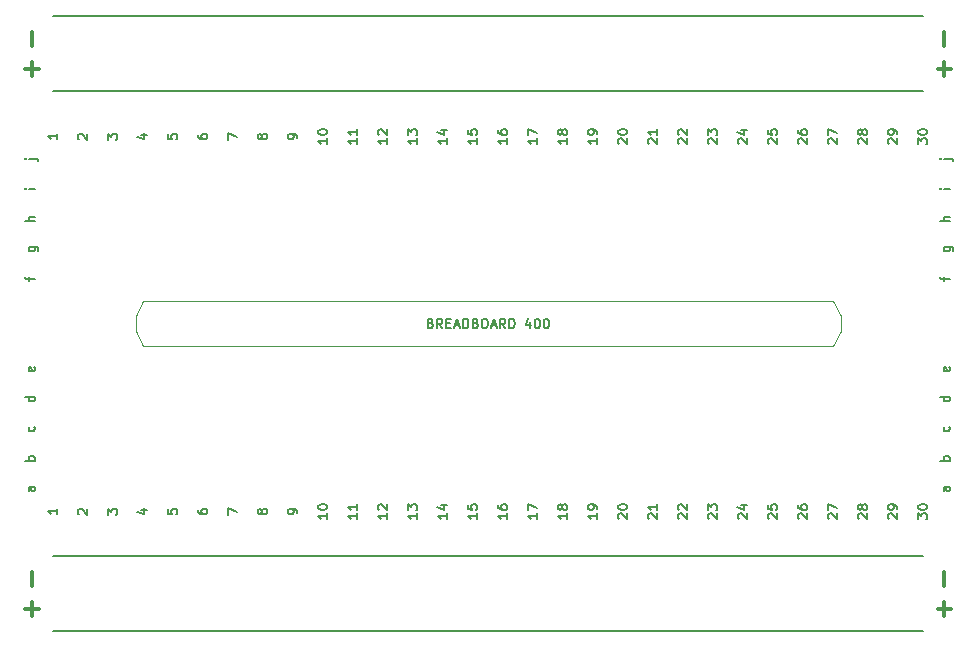
<source format=gto>
G04 #@! TF.GenerationSoftware,KiCad,Pcbnew,(5.1.5)-3*
G04 #@! TF.CreationDate,2020-11-06T20:31:39+01:00*
G04 #@! TF.ProjectId,Breadboard 400,42726561-6462-46f6-9172-64203430302e,rev?*
G04 #@! TF.SameCoordinates,Original*
G04 #@! TF.FileFunction,Legend,Top*
G04 #@! TF.FilePolarity,Positive*
%FSLAX46Y46*%
G04 Gerber Fmt 4.6, Leading zero omitted, Abs format (unit mm)*
G04 Created by KiCad (PCBNEW (5.1.5)-3) date 2020-11-06 20:31:39*
%MOMM*%
%LPD*%
G04 APERTURE LIST*
%ADD10C,0.150000*%
%ADD11C,0.120000*%
%ADD12C,0.200000*%
%ADD13C,0.300000*%
G04 APERTURE END LIST*
D10*
X118332857Y-95192857D02*
X118447142Y-95230952D01*
X118485238Y-95269047D01*
X118523333Y-95345238D01*
X118523333Y-95459523D01*
X118485238Y-95535714D01*
X118447142Y-95573809D01*
X118370952Y-95611904D01*
X118066190Y-95611904D01*
X118066190Y-94811904D01*
X118332857Y-94811904D01*
X118409047Y-94850000D01*
X118447142Y-94888095D01*
X118485238Y-94964285D01*
X118485238Y-95040476D01*
X118447142Y-95116666D01*
X118409047Y-95154761D01*
X118332857Y-95192857D01*
X118066190Y-95192857D01*
X119323333Y-95611904D02*
X119056666Y-95230952D01*
X118866190Y-95611904D02*
X118866190Y-94811904D01*
X119170952Y-94811904D01*
X119247142Y-94850000D01*
X119285238Y-94888095D01*
X119323333Y-94964285D01*
X119323333Y-95078571D01*
X119285238Y-95154761D01*
X119247142Y-95192857D01*
X119170952Y-95230952D01*
X118866190Y-95230952D01*
X119666190Y-95192857D02*
X119932857Y-95192857D01*
X120047142Y-95611904D02*
X119666190Y-95611904D01*
X119666190Y-94811904D01*
X120047142Y-94811904D01*
X120351904Y-95383333D02*
X120732857Y-95383333D01*
X120275714Y-95611904D02*
X120542380Y-94811904D01*
X120809047Y-95611904D01*
X121075714Y-95611904D02*
X121075714Y-94811904D01*
X121266190Y-94811904D01*
X121380476Y-94850000D01*
X121456666Y-94926190D01*
X121494761Y-95002380D01*
X121532857Y-95154761D01*
X121532857Y-95269047D01*
X121494761Y-95421428D01*
X121456666Y-95497619D01*
X121380476Y-95573809D01*
X121266190Y-95611904D01*
X121075714Y-95611904D01*
X122142380Y-95192857D02*
X122256666Y-95230952D01*
X122294761Y-95269047D01*
X122332857Y-95345238D01*
X122332857Y-95459523D01*
X122294761Y-95535714D01*
X122256666Y-95573809D01*
X122180476Y-95611904D01*
X121875714Y-95611904D01*
X121875714Y-94811904D01*
X122142380Y-94811904D01*
X122218571Y-94850000D01*
X122256666Y-94888095D01*
X122294761Y-94964285D01*
X122294761Y-95040476D01*
X122256666Y-95116666D01*
X122218571Y-95154761D01*
X122142380Y-95192857D01*
X121875714Y-95192857D01*
X122828095Y-94811904D02*
X122980476Y-94811904D01*
X123056666Y-94850000D01*
X123132857Y-94926190D01*
X123170952Y-95078571D01*
X123170952Y-95345238D01*
X123132857Y-95497619D01*
X123056666Y-95573809D01*
X122980476Y-95611904D01*
X122828095Y-95611904D01*
X122751904Y-95573809D01*
X122675714Y-95497619D01*
X122637619Y-95345238D01*
X122637619Y-95078571D01*
X122675714Y-94926190D01*
X122751904Y-94850000D01*
X122828095Y-94811904D01*
X123475714Y-95383333D02*
X123856666Y-95383333D01*
X123399523Y-95611904D02*
X123666190Y-94811904D01*
X123932857Y-95611904D01*
X124656666Y-95611904D02*
X124390000Y-95230952D01*
X124199523Y-95611904D02*
X124199523Y-94811904D01*
X124504285Y-94811904D01*
X124580476Y-94850000D01*
X124618571Y-94888095D01*
X124656666Y-94964285D01*
X124656666Y-95078571D01*
X124618571Y-95154761D01*
X124580476Y-95192857D01*
X124504285Y-95230952D01*
X124199523Y-95230952D01*
X124999523Y-95611904D02*
X124999523Y-94811904D01*
X125190000Y-94811904D01*
X125304285Y-94850000D01*
X125380476Y-94926190D01*
X125418571Y-95002380D01*
X125456666Y-95154761D01*
X125456666Y-95269047D01*
X125418571Y-95421428D01*
X125380476Y-95497619D01*
X125304285Y-95573809D01*
X125190000Y-95611904D01*
X124999523Y-95611904D01*
X126751904Y-95078571D02*
X126751904Y-95611904D01*
X126561428Y-94773809D02*
X126370952Y-95345238D01*
X126866190Y-95345238D01*
X127323333Y-94811904D02*
X127399523Y-94811904D01*
X127475714Y-94850000D01*
X127513809Y-94888095D01*
X127551904Y-94964285D01*
X127590000Y-95116666D01*
X127590000Y-95307142D01*
X127551904Y-95459523D01*
X127513809Y-95535714D01*
X127475714Y-95573809D01*
X127399523Y-95611904D01*
X127323333Y-95611904D01*
X127247142Y-95573809D01*
X127209047Y-95535714D01*
X127170952Y-95459523D01*
X127132857Y-95307142D01*
X127132857Y-95116666D01*
X127170952Y-94964285D01*
X127209047Y-94888095D01*
X127247142Y-94850000D01*
X127323333Y-94811904D01*
X128085238Y-94811904D02*
X128161428Y-94811904D01*
X128237619Y-94850000D01*
X128275714Y-94888095D01*
X128313809Y-94964285D01*
X128351904Y-95116666D01*
X128351904Y-95307142D01*
X128313809Y-95459523D01*
X128275714Y-95535714D01*
X128237619Y-95573809D01*
X128161428Y-95611904D01*
X128085238Y-95611904D01*
X128009047Y-95573809D01*
X127970952Y-95535714D01*
X127932857Y-95459523D01*
X127894761Y-95307142D01*
X127894761Y-95116666D01*
X127932857Y-94964285D01*
X127970952Y-94888095D01*
X128009047Y-94850000D01*
X128085238Y-94811904D01*
X107041904Y-111277380D02*
X107041904Y-111125000D01*
X107003809Y-111048809D01*
X106965714Y-111010714D01*
X106851428Y-110934523D01*
X106699047Y-110896428D01*
X106394285Y-110896428D01*
X106318095Y-110934523D01*
X106280000Y-110972619D01*
X106241904Y-111048809D01*
X106241904Y-111201190D01*
X106280000Y-111277380D01*
X106318095Y-111315476D01*
X106394285Y-111353571D01*
X106584761Y-111353571D01*
X106660952Y-111315476D01*
X106699047Y-111277380D01*
X106737142Y-111201190D01*
X106737142Y-111048809D01*
X106699047Y-110972619D01*
X106660952Y-110934523D01*
X106584761Y-110896428D01*
X104044761Y-111201190D02*
X104006666Y-111277380D01*
X103968571Y-111315476D01*
X103892380Y-111353571D01*
X103854285Y-111353571D01*
X103778095Y-111315476D01*
X103740000Y-111277380D01*
X103701904Y-111201190D01*
X103701904Y-111048809D01*
X103740000Y-110972619D01*
X103778095Y-110934523D01*
X103854285Y-110896428D01*
X103892380Y-110896428D01*
X103968571Y-110934523D01*
X104006666Y-110972619D01*
X104044761Y-111048809D01*
X104044761Y-111201190D01*
X104082857Y-111277380D01*
X104120952Y-111315476D01*
X104197142Y-111353571D01*
X104349523Y-111353571D01*
X104425714Y-111315476D01*
X104463809Y-111277380D01*
X104501904Y-111201190D01*
X104501904Y-111048809D01*
X104463809Y-110972619D01*
X104425714Y-110934523D01*
X104349523Y-110896428D01*
X104197142Y-110896428D01*
X104120952Y-110934523D01*
X104082857Y-110972619D01*
X104044761Y-111048809D01*
D11*
X152400000Y-97155000D02*
X93980000Y-97155000D01*
X153035000Y-95885000D02*
X152400000Y-97155000D01*
X153035000Y-94615000D02*
X153035000Y-95885000D01*
X93345000Y-95885000D02*
X93980000Y-97155000D01*
X93345000Y-94615000D02*
X93345000Y-95885000D01*
X93980000Y-93345000D02*
X93345000Y-94615000D01*
X152400000Y-93345000D02*
X93980000Y-93345000D01*
X153035000Y-94615000D02*
X152400000Y-93345000D01*
D12*
X86360000Y-75565000D02*
X160020000Y-75565000D01*
X86360000Y-69215000D02*
X160020000Y-69215000D01*
X86360000Y-114935000D02*
X160020000Y-114935000D01*
X86360000Y-121285000D02*
X160020000Y-121285000D01*
D13*
X161817857Y-70548571D02*
X161817857Y-71691428D01*
X161817857Y-116268571D02*
X161817857Y-117411428D01*
X161817857Y-118808571D02*
X161817857Y-119951428D01*
X161246428Y-119380000D02*
X162389285Y-119380000D01*
X161817857Y-73088571D02*
X161817857Y-74231428D01*
X161246428Y-73660000D02*
X162389285Y-73660000D01*
X84562142Y-71691428D02*
X84562142Y-70548571D01*
X84562142Y-74231428D02*
X84562142Y-73088571D01*
X85133571Y-73660000D02*
X83990714Y-73660000D01*
X84562142Y-117411428D02*
X84562142Y-116268571D01*
X84562142Y-119951428D02*
X84562142Y-118808571D01*
X85133571Y-119380000D02*
X83990714Y-119380000D01*
D10*
X161753571Y-81280000D02*
X162439285Y-81280000D01*
X162515476Y-81318095D01*
X162553571Y-81394285D01*
X162553571Y-81432380D01*
X161486904Y-81280000D02*
X161525000Y-81318095D01*
X161563095Y-81280000D01*
X161525000Y-81241904D01*
X161486904Y-81280000D01*
X161563095Y-81280000D01*
X162286904Y-86531428D02*
X161486904Y-86531428D01*
X162286904Y-86188571D02*
X161867857Y-86188571D01*
X161791666Y-86226666D01*
X161753571Y-86302857D01*
X161753571Y-86417142D01*
X161791666Y-86493333D01*
X161829761Y-86531428D01*
X161753571Y-91592380D02*
X161753571Y-91287619D01*
X162286904Y-91478095D02*
X161601190Y-91478095D01*
X161525000Y-91440000D01*
X161486904Y-91363809D01*
X161486904Y-91287619D01*
X161753571Y-88728571D02*
X162401190Y-88728571D01*
X162477380Y-88766666D01*
X162515476Y-88804761D01*
X162553571Y-88880952D01*
X162553571Y-88995238D01*
X162515476Y-89071428D01*
X162248809Y-88728571D02*
X162286904Y-88804761D01*
X162286904Y-88957142D01*
X162248809Y-89033333D01*
X162210714Y-89071428D01*
X162134523Y-89109523D01*
X161905952Y-89109523D01*
X161829761Y-89071428D01*
X161791666Y-89033333D01*
X161753571Y-88957142D01*
X161753571Y-88804761D01*
X161791666Y-88728571D01*
X162286904Y-106851428D02*
X161486904Y-106851428D01*
X161791666Y-106851428D02*
X161753571Y-106775238D01*
X161753571Y-106622857D01*
X161791666Y-106546666D01*
X161829761Y-106508571D01*
X161905952Y-106470476D01*
X162134523Y-106470476D01*
X162210714Y-106508571D01*
X162248809Y-106546666D01*
X162286904Y-106622857D01*
X162286904Y-106775238D01*
X162248809Y-106851428D01*
X162286904Y-83820000D02*
X161753571Y-83820000D01*
X161486904Y-83820000D02*
X161525000Y-83858095D01*
X161563095Y-83820000D01*
X161525000Y-83781904D01*
X161486904Y-83820000D01*
X161563095Y-83820000D01*
X162286904Y-109048571D02*
X161867857Y-109048571D01*
X161791666Y-109086666D01*
X161753571Y-109162857D01*
X161753571Y-109315238D01*
X161791666Y-109391428D01*
X162248809Y-109048571D02*
X162286904Y-109124761D01*
X162286904Y-109315238D01*
X162248809Y-109391428D01*
X162172619Y-109429523D01*
X162096428Y-109429523D01*
X162020238Y-109391428D01*
X161982142Y-109315238D01*
X161982142Y-109124761D01*
X161944047Y-109048571D01*
X162286904Y-101428571D02*
X161486904Y-101428571D01*
X162248809Y-101428571D02*
X162286904Y-101504761D01*
X162286904Y-101657142D01*
X162248809Y-101733333D01*
X162210714Y-101771428D01*
X162134523Y-101809523D01*
X161905952Y-101809523D01*
X161829761Y-101771428D01*
X161791666Y-101733333D01*
X161753571Y-101657142D01*
X161753571Y-101504761D01*
X161791666Y-101428571D01*
X162248809Y-103949523D02*
X162286904Y-104025714D01*
X162286904Y-104178095D01*
X162248809Y-104254285D01*
X162210714Y-104292380D01*
X162134523Y-104330476D01*
X161905952Y-104330476D01*
X161829761Y-104292380D01*
X161791666Y-104254285D01*
X161753571Y-104178095D01*
X161753571Y-104025714D01*
X161791666Y-103949523D01*
X162248809Y-98907619D02*
X162286904Y-98983809D01*
X162286904Y-99136190D01*
X162248809Y-99212380D01*
X162172619Y-99250476D01*
X161867857Y-99250476D01*
X161791666Y-99212380D01*
X161753571Y-99136190D01*
X161753571Y-98983809D01*
X161791666Y-98907619D01*
X161867857Y-98869523D01*
X161944047Y-98869523D01*
X162020238Y-99250476D01*
X84283571Y-81280000D02*
X84969285Y-81280000D01*
X85045476Y-81318095D01*
X85083571Y-81394285D01*
X85083571Y-81432380D01*
X84016904Y-81280000D02*
X84055000Y-81318095D01*
X84093095Y-81280000D01*
X84055000Y-81241904D01*
X84016904Y-81280000D01*
X84093095Y-81280000D01*
X84816904Y-83820000D02*
X84283571Y-83820000D01*
X84016904Y-83820000D02*
X84055000Y-83858095D01*
X84093095Y-83820000D01*
X84055000Y-83781904D01*
X84016904Y-83820000D01*
X84093095Y-83820000D01*
X84816904Y-86531428D02*
X84016904Y-86531428D01*
X84816904Y-86188571D02*
X84397857Y-86188571D01*
X84321666Y-86226666D01*
X84283571Y-86302857D01*
X84283571Y-86417142D01*
X84321666Y-86493333D01*
X84359761Y-86531428D01*
X84283571Y-88728571D02*
X84931190Y-88728571D01*
X85007380Y-88766666D01*
X85045476Y-88804761D01*
X85083571Y-88880952D01*
X85083571Y-88995238D01*
X85045476Y-89071428D01*
X84778809Y-88728571D02*
X84816904Y-88804761D01*
X84816904Y-88957142D01*
X84778809Y-89033333D01*
X84740714Y-89071428D01*
X84664523Y-89109523D01*
X84435952Y-89109523D01*
X84359761Y-89071428D01*
X84321666Y-89033333D01*
X84283571Y-88957142D01*
X84283571Y-88804761D01*
X84321666Y-88728571D01*
X84283571Y-91592380D02*
X84283571Y-91287619D01*
X84816904Y-91478095D02*
X84131190Y-91478095D01*
X84055000Y-91440000D01*
X84016904Y-91363809D01*
X84016904Y-91287619D01*
X84778809Y-98907619D02*
X84816904Y-98983809D01*
X84816904Y-99136190D01*
X84778809Y-99212380D01*
X84702619Y-99250476D01*
X84397857Y-99250476D01*
X84321666Y-99212380D01*
X84283571Y-99136190D01*
X84283571Y-98983809D01*
X84321666Y-98907619D01*
X84397857Y-98869523D01*
X84474047Y-98869523D01*
X84550238Y-99250476D01*
X84816904Y-101428571D02*
X84016904Y-101428571D01*
X84778809Y-101428571D02*
X84816904Y-101504761D01*
X84816904Y-101657142D01*
X84778809Y-101733333D01*
X84740714Y-101771428D01*
X84664523Y-101809523D01*
X84435952Y-101809523D01*
X84359761Y-101771428D01*
X84321666Y-101733333D01*
X84283571Y-101657142D01*
X84283571Y-101504761D01*
X84321666Y-101428571D01*
X84778809Y-103949523D02*
X84816904Y-104025714D01*
X84816904Y-104178095D01*
X84778809Y-104254285D01*
X84740714Y-104292380D01*
X84664523Y-104330476D01*
X84435952Y-104330476D01*
X84359761Y-104292380D01*
X84321666Y-104254285D01*
X84283571Y-104178095D01*
X84283571Y-104025714D01*
X84321666Y-103949523D01*
X84816904Y-106851428D02*
X84016904Y-106851428D01*
X84321666Y-106851428D02*
X84283571Y-106775238D01*
X84283571Y-106622857D01*
X84321666Y-106546666D01*
X84359761Y-106508571D01*
X84435952Y-106470476D01*
X84664523Y-106470476D01*
X84740714Y-106508571D01*
X84778809Y-106546666D01*
X84816904Y-106622857D01*
X84816904Y-106775238D01*
X84778809Y-106851428D01*
X84816904Y-109048571D02*
X84397857Y-109048571D01*
X84321666Y-109086666D01*
X84283571Y-109162857D01*
X84283571Y-109315238D01*
X84321666Y-109391428D01*
X84778809Y-109048571D02*
X84816904Y-109124761D01*
X84816904Y-109315238D01*
X84778809Y-109391428D01*
X84702619Y-109429523D01*
X84626428Y-109429523D01*
X84550238Y-109391428D01*
X84512142Y-109315238D01*
X84512142Y-109124761D01*
X84474047Y-109048571D01*
X86721904Y-110896428D02*
X86721904Y-111353571D01*
X86721904Y-111125000D02*
X85921904Y-111125000D01*
X86036190Y-111201190D01*
X86112380Y-111277380D01*
X86150476Y-111353571D01*
X96081904Y-110934523D02*
X96081904Y-111315476D01*
X96462857Y-111353571D01*
X96424761Y-111315476D01*
X96386666Y-111239285D01*
X96386666Y-111048809D01*
X96424761Y-110972619D01*
X96462857Y-110934523D01*
X96539047Y-110896428D01*
X96729523Y-110896428D01*
X96805714Y-110934523D01*
X96843809Y-110972619D01*
X96881904Y-111048809D01*
X96881904Y-111239285D01*
X96843809Y-111315476D01*
X96805714Y-111353571D01*
X101161904Y-111391666D02*
X101161904Y-110858333D01*
X101961904Y-111201190D01*
X98621904Y-110972619D02*
X98621904Y-111125000D01*
X98660000Y-111201190D01*
X98698095Y-111239285D01*
X98812380Y-111315476D01*
X98964761Y-111353571D01*
X99269523Y-111353571D01*
X99345714Y-111315476D01*
X99383809Y-111277380D01*
X99421904Y-111201190D01*
X99421904Y-111048809D01*
X99383809Y-110972619D01*
X99345714Y-110934523D01*
X99269523Y-110896428D01*
X99079047Y-110896428D01*
X99002857Y-110934523D01*
X98964761Y-110972619D01*
X98926666Y-111048809D01*
X98926666Y-111201190D01*
X98964761Y-111277380D01*
X99002857Y-111315476D01*
X99079047Y-111353571D01*
X93808571Y-110972619D02*
X94341904Y-110972619D01*
X93503809Y-111163095D02*
X94075238Y-111353571D01*
X94075238Y-110858333D01*
X88538095Y-111353571D02*
X88500000Y-111315476D01*
X88461904Y-111239285D01*
X88461904Y-111048809D01*
X88500000Y-110972619D01*
X88538095Y-110934523D01*
X88614285Y-110896428D01*
X88690476Y-110896428D01*
X88804761Y-110934523D01*
X89261904Y-111391666D01*
X89261904Y-110896428D01*
X91001904Y-111391666D02*
X91001904Y-110896428D01*
X91306666Y-111163095D01*
X91306666Y-111048809D01*
X91344761Y-110972619D01*
X91382857Y-110934523D01*
X91459047Y-110896428D01*
X91649523Y-110896428D01*
X91725714Y-110934523D01*
X91763809Y-110972619D01*
X91801904Y-111048809D01*
X91801904Y-111277380D01*
X91763809Y-111353571D01*
X91725714Y-111391666D01*
X157118095Y-111734523D02*
X157080000Y-111696428D01*
X157041904Y-111620238D01*
X157041904Y-111429761D01*
X157080000Y-111353571D01*
X157118095Y-111315476D01*
X157194285Y-111277380D01*
X157270476Y-111277380D01*
X157384761Y-111315476D01*
X157841904Y-111772619D01*
X157841904Y-111277380D01*
X157841904Y-110896428D02*
X157841904Y-110744047D01*
X157803809Y-110667857D01*
X157765714Y-110629761D01*
X157651428Y-110553571D01*
X157499047Y-110515476D01*
X157194285Y-110515476D01*
X157118095Y-110553571D01*
X157080000Y-110591666D01*
X157041904Y-110667857D01*
X157041904Y-110820238D01*
X157080000Y-110896428D01*
X157118095Y-110934523D01*
X157194285Y-110972619D01*
X157384761Y-110972619D01*
X157460952Y-110934523D01*
X157499047Y-110896428D01*
X157537142Y-110820238D01*
X157537142Y-110667857D01*
X157499047Y-110591666D01*
X157460952Y-110553571D01*
X157384761Y-110515476D01*
X112121904Y-111277380D02*
X112121904Y-111734523D01*
X112121904Y-111505952D02*
X111321904Y-111505952D01*
X111436190Y-111582142D01*
X111512380Y-111658333D01*
X111550476Y-111734523D01*
X112121904Y-110515476D02*
X112121904Y-110972619D01*
X112121904Y-110744047D02*
X111321904Y-110744047D01*
X111436190Y-110820238D01*
X111512380Y-110896428D01*
X111550476Y-110972619D01*
X141878095Y-111734523D02*
X141840000Y-111696428D01*
X141801904Y-111620238D01*
X141801904Y-111429761D01*
X141840000Y-111353571D01*
X141878095Y-111315476D01*
X141954285Y-111277380D01*
X142030476Y-111277380D01*
X142144761Y-111315476D01*
X142601904Y-111772619D01*
X142601904Y-111277380D01*
X141801904Y-111010714D02*
X141801904Y-110515476D01*
X142106666Y-110782142D01*
X142106666Y-110667857D01*
X142144761Y-110591666D01*
X142182857Y-110553571D01*
X142259047Y-110515476D01*
X142449523Y-110515476D01*
X142525714Y-110553571D01*
X142563809Y-110591666D01*
X142601904Y-110667857D01*
X142601904Y-110896428D01*
X142563809Y-110972619D01*
X142525714Y-111010714D01*
X149498095Y-111734523D02*
X149460000Y-111696428D01*
X149421904Y-111620238D01*
X149421904Y-111429761D01*
X149460000Y-111353571D01*
X149498095Y-111315476D01*
X149574285Y-111277380D01*
X149650476Y-111277380D01*
X149764761Y-111315476D01*
X150221904Y-111772619D01*
X150221904Y-111277380D01*
X149421904Y-110591666D02*
X149421904Y-110744047D01*
X149460000Y-110820238D01*
X149498095Y-110858333D01*
X149612380Y-110934523D01*
X149764761Y-110972619D01*
X150069523Y-110972619D01*
X150145714Y-110934523D01*
X150183809Y-110896428D01*
X150221904Y-110820238D01*
X150221904Y-110667857D01*
X150183809Y-110591666D01*
X150145714Y-110553571D01*
X150069523Y-110515476D01*
X149879047Y-110515476D01*
X149802857Y-110553571D01*
X149764761Y-110591666D01*
X149726666Y-110667857D01*
X149726666Y-110820238D01*
X149764761Y-110896428D01*
X149802857Y-110934523D01*
X149879047Y-110972619D01*
X159581904Y-111772619D02*
X159581904Y-111277380D01*
X159886666Y-111544047D01*
X159886666Y-111429761D01*
X159924761Y-111353571D01*
X159962857Y-111315476D01*
X160039047Y-111277380D01*
X160229523Y-111277380D01*
X160305714Y-111315476D01*
X160343809Y-111353571D01*
X160381904Y-111429761D01*
X160381904Y-111658333D01*
X160343809Y-111734523D01*
X160305714Y-111772619D01*
X159581904Y-110782142D02*
X159581904Y-110705952D01*
X159620000Y-110629761D01*
X159658095Y-110591666D01*
X159734285Y-110553571D01*
X159886666Y-110515476D01*
X160077142Y-110515476D01*
X160229523Y-110553571D01*
X160305714Y-110591666D01*
X160343809Y-110629761D01*
X160381904Y-110705952D01*
X160381904Y-110782142D01*
X160343809Y-110858333D01*
X160305714Y-110896428D01*
X160229523Y-110934523D01*
X160077142Y-110972619D01*
X159886666Y-110972619D01*
X159734285Y-110934523D01*
X159658095Y-110896428D01*
X159620000Y-110858333D01*
X159581904Y-110782142D01*
X124821904Y-111277380D02*
X124821904Y-111734523D01*
X124821904Y-111505952D02*
X124021904Y-111505952D01*
X124136190Y-111582142D01*
X124212380Y-111658333D01*
X124250476Y-111734523D01*
X124021904Y-110591666D02*
X124021904Y-110744047D01*
X124060000Y-110820238D01*
X124098095Y-110858333D01*
X124212380Y-110934523D01*
X124364761Y-110972619D01*
X124669523Y-110972619D01*
X124745714Y-110934523D01*
X124783809Y-110896428D01*
X124821904Y-110820238D01*
X124821904Y-110667857D01*
X124783809Y-110591666D01*
X124745714Y-110553571D01*
X124669523Y-110515476D01*
X124479047Y-110515476D01*
X124402857Y-110553571D01*
X124364761Y-110591666D01*
X124326666Y-110667857D01*
X124326666Y-110820238D01*
X124364761Y-110896428D01*
X124402857Y-110934523D01*
X124479047Y-110972619D01*
X152038095Y-111734523D02*
X152000000Y-111696428D01*
X151961904Y-111620238D01*
X151961904Y-111429761D01*
X152000000Y-111353571D01*
X152038095Y-111315476D01*
X152114285Y-111277380D01*
X152190476Y-111277380D01*
X152304761Y-111315476D01*
X152761904Y-111772619D01*
X152761904Y-111277380D01*
X151961904Y-111010714D02*
X151961904Y-110477380D01*
X152761904Y-110820238D01*
X119741904Y-111277380D02*
X119741904Y-111734523D01*
X119741904Y-111505952D02*
X118941904Y-111505952D01*
X119056190Y-111582142D01*
X119132380Y-111658333D01*
X119170476Y-111734523D01*
X119208571Y-110591666D02*
X119741904Y-110591666D01*
X118903809Y-110782142D02*
X119475238Y-110972619D01*
X119475238Y-110477380D01*
X154578095Y-111734523D02*
X154540000Y-111696428D01*
X154501904Y-111620238D01*
X154501904Y-111429761D01*
X154540000Y-111353571D01*
X154578095Y-111315476D01*
X154654285Y-111277380D01*
X154730476Y-111277380D01*
X154844761Y-111315476D01*
X155301904Y-111772619D01*
X155301904Y-111277380D01*
X154844761Y-110820238D02*
X154806666Y-110896428D01*
X154768571Y-110934523D01*
X154692380Y-110972619D01*
X154654285Y-110972619D01*
X154578095Y-110934523D01*
X154540000Y-110896428D01*
X154501904Y-110820238D01*
X154501904Y-110667857D01*
X154540000Y-110591666D01*
X154578095Y-110553571D01*
X154654285Y-110515476D01*
X154692380Y-110515476D01*
X154768571Y-110553571D01*
X154806666Y-110591666D01*
X154844761Y-110667857D01*
X154844761Y-110820238D01*
X154882857Y-110896428D01*
X154920952Y-110934523D01*
X154997142Y-110972619D01*
X155149523Y-110972619D01*
X155225714Y-110934523D01*
X155263809Y-110896428D01*
X155301904Y-110820238D01*
X155301904Y-110667857D01*
X155263809Y-110591666D01*
X155225714Y-110553571D01*
X155149523Y-110515476D01*
X154997142Y-110515476D01*
X154920952Y-110553571D01*
X154882857Y-110591666D01*
X154844761Y-110667857D01*
X122281904Y-111277380D02*
X122281904Y-111734523D01*
X122281904Y-111505952D02*
X121481904Y-111505952D01*
X121596190Y-111582142D01*
X121672380Y-111658333D01*
X121710476Y-111734523D01*
X121481904Y-110553571D02*
X121481904Y-110934523D01*
X121862857Y-110972619D01*
X121824761Y-110934523D01*
X121786666Y-110858333D01*
X121786666Y-110667857D01*
X121824761Y-110591666D01*
X121862857Y-110553571D01*
X121939047Y-110515476D01*
X122129523Y-110515476D01*
X122205714Y-110553571D01*
X122243809Y-110591666D01*
X122281904Y-110667857D01*
X122281904Y-110858333D01*
X122243809Y-110934523D01*
X122205714Y-110972619D01*
X114661904Y-111277380D02*
X114661904Y-111734523D01*
X114661904Y-111505952D02*
X113861904Y-111505952D01*
X113976190Y-111582142D01*
X114052380Y-111658333D01*
X114090476Y-111734523D01*
X113938095Y-110972619D02*
X113900000Y-110934523D01*
X113861904Y-110858333D01*
X113861904Y-110667857D01*
X113900000Y-110591666D01*
X113938095Y-110553571D01*
X114014285Y-110515476D01*
X114090476Y-110515476D01*
X114204761Y-110553571D01*
X114661904Y-111010714D01*
X114661904Y-110515476D01*
X144418095Y-111734523D02*
X144380000Y-111696428D01*
X144341904Y-111620238D01*
X144341904Y-111429761D01*
X144380000Y-111353571D01*
X144418095Y-111315476D01*
X144494285Y-111277380D01*
X144570476Y-111277380D01*
X144684761Y-111315476D01*
X145141904Y-111772619D01*
X145141904Y-111277380D01*
X144608571Y-110591666D02*
X145141904Y-110591666D01*
X144303809Y-110782142D02*
X144875238Y-110972619D01*
X144875238Y-110477380D01*
X134258095Y-111734523D02*
X134220000Y-111696428D01*
X134181904Y-111620238D01*
X134181904Y-111429761D01*
X134220000Y-111353571D01*
X134258095Y-111315476D01*
X134334285Y-111277380D01*
X134410476Y-111277380D01*
X134524761Y-111315476D01*
X134981904Y-111772619D01*
X134981904Y-111277380D01*
X134181904Y-110782142D02*
X134181904Y-110705952D01*
X134220000Y-110629761D01*
X134258095Y-110591666D01*
X134334285Y-110553571D01*
X134486666Y-110515476D01*
X134677142Y-110515476D01*
X134829523Y-110553571D01*
X134905714Y-110591666D01*
X134943809Y-110629761D01*
X134981904Y-110705952D01*
X134981904Y-110782142D01*
X134943809Y-110858333D01*
X134905714Y-110896428D01*
X134829523Y-110934523D01*
X134677142Y-110972619D01*
X134486666Y-110972619D01*
X134334285Y-110934523D01*
X134258095Y-110896428D01*
X134220000Y-110858333D01*
X134181904Y-110782142D01*
X136798095Y-111734523D02*
X136760000Y-111696428D01*
X136721904Y-111620238D01*
X136721904Y-111429761D01*
X136760000Y-111353571D01*
X136798095Y-111315476D01*
X136874285Y-111277380D01*
X136950476Y-111277380D01*
X137064761Y-111315476D01*
X137521904Y-111772619D01*
X137521904Y-111277380D01*
X137521904Y-110515476D02*
X137521904Y-110972619D01*
X137521904Y-110744047D02*
X136721904Y-110744047D01*
X136836190Y-110820238D01*
X136912380Y-110896428D01*
X136950476Y-110972619D01*
X127361904Y-111277380D02*
X127361904Y-111734523D01*
X127361904Y-111505952D02*
X126561904Y-111505952D01*
X126676190Y-111582142D01*
X126752380Y-111658333D01*
X126790476Y-111734523D01*
X126561904Y-111010714D02*
X126561904Y-110477380D01*
X127361904Y-110820238D01*
X146958095Y-111734523D02*
X146920000Y-111696428D01*
X146881904Y-111620238D01*
X146881904Y-111429761D01*
X146920000Y-111353571D01*
X146958095Y-111315476D01*
X147034285Y-111277380D01*
X147110476Y-111277380D01*
X147224761Y-111315476D01*
X147681904Y-111772619D01*
X147681904Y-111277380D01*
X146881904Y-110553571D02*
X146881904Y-110934523D01*
X147262857Y-110972619D01*
X147224761Y-110934523D01*
X147186666Y-110858333D01*
X147186666Y-110667857D01*
X147224761Y-110591666D01*
X147262857Y-110553571D01*
X147339047Y-110515476D01*
X147529523Y-110515476D01*
X147605714Y-110553571D01*
X147643809Y-110591666D01*
X147681904Y-110667857D01*
X147681904Y-110858333D01*
X147643809Y-110934523D01*
X147605714Y-110972619D01*
X109581904Y-111277380D02*
X109581904Y-111734523D01*
X109581904Y-111505952D02*
X108781904Y-111505952D01*
X108896190Y-111582142D01*
X108972380Y-111658333D01*
X109010476Y-111734523D01*
X108781904Y-110782142D02*
X108781904Y-110705952D01*
X108820000Y-110629761D01*
X108858095Y-110591666D01*
X108934285Y-110553571D01*
X109086666Y-110515476D01*
X109277142Y-110515476D01*
X109429523Y-110553571D01*
X109505714Y-110591666D01*
X109543809Y-110629761D01*
X109581904Y-110705952D01*
X109581904Y-110782142D01*
X109543809Y-110858333D01*
X109505714Y-110896428D01*
X109429523Y-110934523D01*
X109277142Y-110972619D01*
X109086666Y-110972619D01*
X108934285Y-110934523D01*
X108858095Y-110896428D01*
X108820000Y-110858333D01*
X108781904Y-110782142D01*
X117201904Y-111277380D02*
X117201904Y-111734523D01*
X117201904Y-111505952D02*
X116401904Y-111505952D01*
X116516190Y-111582142D01*
X116592380Y-111658333D01*
X116630476Y-111734523D01*
X116401904Y-111010714D02*
X116401904Y-110515476D01*
X116706666Y-110782142D01*
X116706666Y-110667857D01*
X116744761Y-110591666D01*
X116782857Y-110553571D01*
X116859047Y-110515476D01*
X117049523Y-110515476D01*
X117125714Y-110553571D01*
X117163809Y-110591666D01*
X117201904Y-110667857D01*
X117201904Y-110896428D01*
X117163809Y-110972619D01*
X117125714Y-111010714D01*
X132441904Y-111277380D02*
X132441904Y-111734523D01*
X132441904Y-111505952D02*
X131641904Y-111505952D01*
X131756190Y-111582142D01*
X131832380Y-111658333D01*
X131870476Y-111734523D01*
X132441904Y-110896428D02*
X132441904Y-110744047D01*
X132403809Y-110667857D01*
X132365714Y-110629761D01*
X132251428Y-110553571D01*
X132099047Y-110515476D01*
X131794285Y-110515476D01*
X131718095Y-110553571D01*
X131680000Y-110591666D01*
X131641904Y-110667857D01*
X131641904Y-110820238D01*
X131680000Y-110896428D01*
X131718095Y-110934523D01*
X131794285Y-110972619D01*
X131984761Y-110972619D01*
X132060952Y-110934523D01*
X132099047Y-110896428D01*
X132137142Y-110820238D01*
X132137142Y-110667857D01*
X132099047Y-110591666D01*
X132060952Y-110553571D01*
X131984761Y-110515476D01*
X139338095Y-111734523D02*
X139300000Y-111696428D01*
X139261904Y-111620238D01*
X139261904Y-111429761D01*
X139300000Y-111353571D01*
X139338095Y-111315476D01*
X139414285Y-111277380D01*
X139490476Y-111277380D01*
X139604761Y-111315476D01*
X140061904Y-111772619D01*
X140061904Y-111277380D01*
X139338095Y-110972619D02*
X139300000Y-110934523D01*
X139261904Y-110858333D01*
X139261904Y-110667857D01*
X139300000Y-110591666D01*
X139338095Y-110553571D01*
X139414285Y-110515476D01*
X139490476Y-110515476D01*
X139604761Y-110553571D01*
X140061904Y-111010714D01*
X140061904Y-110515476D01*
X129901904Y-111277380D02*
X129901904Y-111734523D01*
X129901904Y-111505952D02*
X129101904Y-111505952D01*
X129216190Y-111582142D01*
X129292380Y-111658333D01*
X129330476Y-111734523D01*
X129444761Y-110820238D02*
X129406666Y-110896428D01*
X129368571Y-110934523D01*
X129292380Y-110972619D01*
X129254285Y-110972619D01*
X129178095Y-110934523D01*
X129140000Y-110896428D01*
X129101904Y-110820238D01*
X129101904Y-110667857D01*
X129140000Y-110591666D01*
X129178095Y-110553571D01*
X129254285Y-110515476D01*
X129292380Y-110515476D01*
X129368571Y-110553571D01*
X129406666Y-110591666D01*
X129444761Y-110667857D01*
X129444761Y-110820238D01*
X129482857Y-110896428D01*
X129520952Y-110934523D01*
X129597142Y-110972619D01*
X129749523Y-110972619D01*
X129825714Y-110934523D01*
X129863809Y-110896428D01*
X129901904Y-110820238D01*
X129901904Y-110667857D01*
X129863809Y-110591666D01*
X129825714Y-110553571D01*
X129749523Y-110515476D01*
X129597142Y-110515476D01*
X129520952Y-110553571D01*
X129482857Y-110591666D01*
X129444761Y-110667857D01*
X136798095Y-79984523D02*
X136760000Y-79946428D01*
X136721904Y-79870238D01*
X136721904Y-79679761D01*
X136760000Y-79603571D01*
X136798095Y-79565476D01*
X136874285Y-79527380D01*
X136950476Y-79527380D01*
X137064761Y-79565476D01*
X137521904Y-80022619D01*
X137521904Y-79527380D01*
X137521904Y-78765476D02*
X137521904Y-79222619D01*
X137521904Y-78994047D02*
X136721904Y-78994047D01*
X136836190Y-79070238D01*
X136912380Y-79146428D01*
X136950476Y-79222619D01*
X146958095Y-79984523D02*
X146920000Y-79946428D01*
X146881904Y-79870238D01*
X146881904Y-79679761D01*
X146920000Y-79603571D01*
X146958095Y-79565476D01*
X147034285Y-79527380D01*
X147110476Y-79527380D01*
X147224761Y-79565476D01*
X147681904Y-80022619D01*
X147681904Y-79527380D01*
X146881904Y-78803571D02*
X146881904Y-79184523D01*
X147262857Y-79222619D01*
X147224761Y-79184523D01*
X147186666Y-79108333D01*
X147186666Y-78917857D01*
X147224761Y-78841666D01*
X147262857Y-78803571D01*
X147339047Y-78765476D01*
X147529523Y-78765476D01*
X147605714Y-78803571D01*
X147643809Y-78841666D01*
X147681904Y-78917857D01*
X147681904Y-79108333D01*
X147643809Y-79184523D01*
X147605714Y-79222619D01*
X152038095Y-79984523D02*
X152000000Y-79946428D01*
X151961904Y-79870238D01*
X151961904Y-79679761D01*
X152000000Y-79603571D01*
X152038095Y-79565476D01*
X152114285Y-79527380D01*
X152190476Y-79527380D01*
X152304761Y-79565476D01*
X152761904Y-80022619D01*
X152761904Y-79527380D01*
X151961904Y-79260714D02*
X151961904Y-78727380D01*
X152761904Y-79070238D01*
X149498095Y-79984523D02*
X149460000Y-79946428D01*
X149421904Y-79870238D01*
X149421904Y-79679761D01*
X149460000Y-79603571D01*
X149498095Y-79565476D01*
X149574285Y-79527380D01*
X149650476Y-79527380D01*
X149764761Y-79565476D01*
X150221904Y-80022619D01*
X150221904Y-79527380D01*
X149421904Y-78841666D02*
X149421904Y-78994047D01*
X149460000Y-79070238D01*
X149498095Y-79108333D01*
X149612380Y-79184523D01*
X149764761Y-79222619D01*
X150069523Y-79222619D01*
X150145714Y-79184523D01*
X150183809Y-79146428D01*
X150221904Y-79070238D01*
X150221904Y-78917857D01*
X150183809Y-78841666D01*
X150145714Y-78803571D01*
X150069523Y-78765476D01*
X149879047Y-78765476D01*
X149802857Y-78803571D01*
X149764761Y-78841666D01*
X149726666Y-78917857D01*
X149726666Y-79070238D01*
X149764761Y-79146428D01*
X149802857Y-79184523D01*
X149879047Y-79222619D01*
X144418095Y-79984523D02*
X144380000Y-79946428D01*
X144341904Y-79870238D01*
X144341904Y-79679761D01*
X144380000Y-79603571D01*
X144418095Y-79565476D01*
X144494285Y-79527380D01*
X144570476Y-79527380D01*
X144684761Y-79565476D01*
X145141904Y-80022619D01*
X145141904Y-79527380D01*
X144608571Y-78841666D02*
X145141904Y-78841666D01*
X144303809Y-79032142D02*
X144875238Y-79222619D01*
X144875238Y-78727380D01*
X139338095Y-79984523D02*
X139300000Y-79946428D01*
X139261904Y-79870238D01*
X139261904Y-79679761D01*
X139300000Y-79603571D01*
X139338095Y-79565476D01*
X139414285Y-79527380D01*
X139490476Y-79527380D01*
X139604761Y-79565476D01*
X140061904Y-80022619D01*
X140061904Y-79527380D01*
X139338095Y-79222619D02*
X139300000Y-79184523D01*
X139261904Y-79108333D01*
X139261904Y-78917857D01*
X139300000Y-78841666D01*
X139338095Y-78803571D01*
X139414285Y-78765476D01*
X139490476Y-78765476D01*
X139604761Y-78803571D01*
X140061904Y-79260714D01*
X140061904Y-78765476D01*
X141878095Y-79984523D02*
X141840000Y-79946428D01*
X141801904Y-79870238D01*
X141801904Y-79679761D01*
X141840000Y-79603571D01*
X141878095Y-79565476D01*
X141954285Y-79527380D01*
X142030476Y-79527380D01*
X142144761Y-79565476D01*
X142601904Y-80022619D01*
X142601904Y-79527380D01*
X141801904Y-79260714D02*
X141801904Y-78765476D01*
X142106666Y-79032142D01*
X142106666Y-78917857D01*
X142144761Y-78841666D01*
X142182857Y-78803571D01*
X142259047Y-78765476D01*
X142449523Y-78765476D01*
X142525714Y-78803571D01*
X142563809Y-78841666D01*
X142601904Y-78917857D01*
X142601904Y-79146428D01*
X142563809Y-79222619D01*
X142525714Y-79260714D01*
X154578095Y-79984523D02*
X154540000Y-79946428D01*
X154501904Y-79870238D01*
X154501904Y-79679761D01*
X154540000Y-79603571D01*
X154578095Y-79565476D01*
X154654285Y-79527380D01*
X154730476Y-79527380D01*
X154844761Y-79565476D01*
X155301904Y-80022619D01*
X155301904Y-79527380D01*
X154844761Y-79070238D02*
X154806666Y-79146428D01*
X154768571Y-79184523D01*
X154692380Y-79222619D01*
X154654285Y-79222619D01*
X154578095Y-79184523D01*
X154540000Y-79146428D01*
X154501904Y-79070238D01*
X154501904Y-78917857D01*
X154540000Y-78841666D01*
X154578095Y-78803571D01*
X154654285Y-78765476D01*
X154692380Y-78765476D01*
X154768571Y-78803571D01*
X154806666Y-78841666D01*
X154844761Y-78917857D01*
X154844761Y-79070238D01*
X154882857Y-79146428D01*
X154920952Y-79184523D01*
X154997142Y-79222619D01*
X155149523Y-79222619D01*
X155225714Y-79184523D01*
X155263809Y-79146428D01*
X155301904Y-79070238D01*
X155301904Y-78917857D01*
X155263809Y-78841666D01*
X155225714Y-78803571D01*
X155149523Y-78765476D01*
X154997142Y-78765476D01*
X154920952Y-78803571D01*
X154882857Y-78841666D01*
X154844761Y-78917857D01*
X157118095Y-79984523D02*
X157080000Y-79946428D01*
X157041904Y-79870238D01*
X157041904Y-79679761D01*
X157080000Y-79603571D01*
X157118095Y-79565476D01*
X157194285Y-79527380D01*
X157270476Y-79527380D01*
X157384761Y-79565476D01*
X157841904Y-80022619D01*
X157841904Y-79527380D01*
X157841904Y-79146428D02*
X157841904Y-78994047D01*
X157803809Y-78917857D01*
X157765714Y-78879761D01*
X157651428Y-78803571D01*
X157499047Y-78765476D01*
X157194285Y-78765476D01*
X157118095Y-78803571D01*
X157080000Y-78841666D01*
X157041904Y-78917857D01*
X157041904Y-79070238D01*
X157080000Y-79146428D01*
X157118095Y-79184523D01*
X157194285Y-79222619D01*
X157384761Y-79222619D01*
X157460952Y-79184523D01*
X157499047Y-79146428D01*
X157537142Y-79070238D01*
X157537142Y-78917857D01*
X157499047Y-78841666D01*
X157460952Y-78803571D01*
X157384761Y-78765476D01*
X159581904Y-80022619D02*
X159581904Y-79527380D01*
X159886666Y-79794047D01*
X159886666Y-79679761D01*
X159924761Y-79603571D01*
X159962857Y-79565476D01*
X160039047Y-79527380D01*
X160229523Y-79527380D01*
X160305714Y-79565476D01*
X160343809Y-79603571D01*
X160381904Y-79679761D01*
X160381904Y-79908333D01*
X160343809Y-79984523D01*
X160305714Y-80022619D01*
X159581904Y-79032142D02*
X159581904Y-78955952D01*
X159620000Y-78879761D01*
X159658095Y-78841666D01*
X159734285Y-78803571D01*
X159886666Y-78765476D01*
X160077142Y-78765476D01*
X160229523Y-78803571D01*
X160305714Y-78841666D01*
X160343809Y-78879761D01*
X160381904Y-78955952D01*
X160381904Y-79032142D01*
X160343809Y-79108333D01*
X160305714Y-79146428D01*
X160229523Y-79184523D01*
X160077142Y-79222619D01*
X159886666Y-79222619D01*
X159734285Y-79184523D01*
X159658095Y-79146428D01*
X159620000Y-79108333D01*
X159581904Y-79032142D01*
X112121904Y-79527380D02*
X112121904Y-79984523D01*
X112121904Y-79755952D02*
X111321904Y-79755952D01*
X111436190Y-79832142D01*
X111512380Y-79908333D01*
X111550476Y-79984523D01*
X112121904Y-78765476D02*
X112121904Y-79222619D01*
X112121904Y-78994047D02*
X111321904Y-78994047D01*
X111436190Y-79070238D01*
X111512380Y-79146428D01*
X111550476Y-79222619D01*
X122281904Y-79527380D02*
X122281904Y-79984523D01*
X122281904Y-79755952D02*
X121481904Y-79755952D01*
X121596190Y-79832142D01*
X121672380Y-79908333D01*
X121710476Y-79984523D01*
X121481904Y-78803571D02*
X121481904Y-79184523D01*
X121862857Y-79222619D01*
X121824761Y-79184523D01*
X121786666Y-79108333D01*
X121786666Y-78917857D01*
X121824761Y-78841666D01*
X121862857Y-78803571D01*
X121939047Y-78765476D01*
X122129523Y-78765476D01*
X122205714Y-78803571D01*
X122243809Y-78841666D01*
X122281904Y-78917857D01*
X122281904Y-79108333D01*
X122243809Y-79184523D01*
X122205714Y-79222619D01*
X127361904Y-79527380D02*
X127361904Y-79984523D01*
X127361904Y-79755952D02*
X126561904Y-79755952D01*
X126676190Y-79832142D01*
X126752380Y-79908333D01*
X126790476Y-79984523D01*
X126561904Y-79260714D02*
X126561904Y-78727380D01*
X127361904Y-79070238D01*
X124821904Y-79527380D02*
X124821904Y-79984523D01*
X124821904Y-79755952D02*
X124021904Y-79755952D01*
X124136190Y-79832142D01*
X124212380Y-79908333D01*
X124250476Y-79984523D01*
X124021904Y-78841666D02*
X124021904Y-78994047D01*
X124060000Y-79070238D01*
X124098095Y-79108333D01*
X124212380Y-79184523D01*
X124364761Y-79222619D01*
X124669523Y-79222619D01*
X124745714Y-79184523D01*
X124783809Y-79146428D01*
X124821904Y-79070238D01*
X124821904Y-78917857D01*
X124783809Y-78841666D01*
X124745714Y-78803571D01*
X124669523Y-78765476D01*
X124479047Y-78765476D01*
X124402857Y-78803571D01*
X124364761Y-78841666D01*
X124326666Y-78917857D01*
X124326666Y-79070238D01*
X124364761Y-79146428D01*
X124402857Y-79184523D01*
X124479047Y-79222619D01*
X119741904Y-79527380D02*
X119741904Y-79984523D01*
X119741904Y-79755952D02*
X118941904Y-79755952D01*
X119056190Y-79832142D01*
X119132380Y-79908333D01*
X119170476Y-79984523D01*
X119208571Y-78841666D02*
X119741904Y-78841666D01*
X118903809Y-79032142D02*
X119475238Y-79222619D01*
X119475238Y-78727380D01*
X114661904Y-79527380D02*
X114661904Y-79984523D01*
X114661904Y-79755952D02*
X113861904Y-79755952D01*
X113976190Y-79832142D01*
X114052380Y-79908333D01*
X114090476Y-79984523D01*
X113938095Y-79222619D02*
X113900000Y-79184523D01*
X113861904Y-79108333D01*
X113861904Y-78917857D01*
X113900000Y-78841666D01*
X113938095Y-78803571D01*
X114014285Y-78765476D01*
X114090476Y-78765476D01*
X114204761Y-78803571D01*
X114661904Y-79260714D01*
X114661904Y-78765476D01*
X117201904Y-79527380D02*
X117201904Y-79984523D01*
X117201904Y-79755952D02*
X116401904Y-79755952D01*
X116516190Y-79832142D01*
X116592380Y-79908333D01*
X116630476Y-79984523D01*
X116401904Y-79260714D02*
X116401904Y-78765476D01*
X116706666Y-79032142D01*
X116706666Y-78917857D01*
X116744761Y-78841666D01*
X116782857Y-78803571D01*
X116859047Y-78765476D01*
X117049523Y-78765476D01*
X117125714Y-78803571D01*
X117163809Y-78841666D01*
X117201904Y-78917857D01*
X117201904Y-79146428D01*
X117163809Y-79222619D01*
X117125714Y-79260714D01*
X129901904Y-79527380D02*
X129901904Y-79984523D01*
X129901904Y-79755952D02*
X129101904Y-79755952D01*
X129216190Y-79832142D01*
X129292380Y-79908333D01*
X129330476Y-79984523D01*
X129444761Y-79070238D02*
X129406666Y-79146428D01*
X129368571Y-79184523D01*
X129292380Y-79222619D01*
X129254285Y-79222619D01*
X129178095Y-79184523D01*
X129140000Y-79146428D01*
X129101904Y-79070238D01*
X129101904Y-78917857D01*
X129140000Y-78841666D01*
X129178095Y-78803571D01*
X129254285Y-78765476D01*
X129292380Y-78765476D01*
X129368571Y-78803571D01*
X129406666Y-78841666D01*
X129444761Y-78917857D01*
X129444761Y-79070238D01*
X129482857Y-79146428D01*
X129520952Y-79184523D01*
X129597142Y-79222619D01*
X129749523Y-79222619D01*
X129825714Y-79184523D01*
X129863809Y-79146428D01*
X129901904Y-79070238D01*
X129901904Y-78917857D01*
X129863809Y-78841666D01*
X129825714Y-78803571D01*
X129749523Y-78765476D01*
X129597142Y-78765476D01*
X129520952Y-78803571D01*
X129482857Y-78841666D01*
X129444761Y-78917857D01*
X132441904Y-79527380D02*
X132441904Y-79984523D01*
X132441904Y-79755952D02*
X131641904Y-79755952D01*
X131756190Y-79832142D01*
X131832380Y-79908333D01*
X131870476Y-79984523D01*
X132441904Y-79146428D02*
X132441904Y-78994047D01*
X132403809Y-78917857D01*
X132365714Y-78879761D01*
X132251428Y-78803571D01*
X132099047Y-78765476D01*
X131794285Y-78765476D01*
X131718095Y-78803571D01*
X131680000Y-78841666D01*
X131641904Y-78917857D01*
X131641904Y-79070238D01*
X131680000Y-79146428D01*
X131718095Y-79184523D01*
X131794285Y-79222619D01*
X131984761Y-79222619D01*
X132060952Y-79184523D01*
X132099047Y-79146428D01*
X132137142Y-79070238D01*
X132137142Y-78917857D01*
X132099047Y-78841666D01*
X132060952Y-78803571D01*
X131984761Y-78765476D01*
X134258095Y-79984523D02*
X134220000Y-79946428D01*
X134181904Y-79870238D01*
X134181904Y-79679761D01*
X134220000Y-79603571D01*
X134258095Y-79565476D01*
X134334285Y-79527380D01*
X134410476Y-79527380D01*
X134524761Y-79565476D01*
X134981904Y-80022619D01*
X134981904Y-79527380D01*
X134181904Y-79032142D02*
X134181904Y-78955952D01*
X134220000Y-78879761D01*
X134258095Y-78841666D01*
X134334285Y-78803571D01*
X134486666Y-78765476D01*
X134677142Y-78765476D01*
X134829523Y-78803571D01*
X134905714Y-78841666D01*
X134943809Y-78879761D01*
X134981904Y-78955952D01*
X134981904Y-79032142D01*
X134943809Y-79108333D01*
X134905714Y-79146428D01*
X134829523Y-79184523D01*
X134677142Y-79222619D01*
X134486666Y-79222619D01*
X134334285Y-79184523D01*
X134258095Y-79146428D01*
X134220000Y-79108333D01*
X134181904Y-79032142D01*
X109581904Y-79527380D02*
X109581904Y-79984523D01*
X109581904Y-79755952D02*
X108781904Y-79755952D01*
X108896190Y-79832142D01*
X108972380Y-79908333D01*
X109010476Y-79984523D01*
X108781904Y-79032142D02*
X108781904Y-78955952D01*
X108820000Y-78879761D01*
X108858095Y-78841666D01*
X108934285Y-78803571D01*
X109086666Y-78765476D01*
X109277142Y-78765476D01*
X109429523Y-78803571D01*
X109505714Y-78841666D01*
X109543809Y-78879761D01*
X109581904Y-78955952D01*
X109581904Y-79032142D01*
X109543809Y-79108333D01*
X109505714Y-79146428D01*
X109429523Y-79184523D01*
X109277142Y-79222619D01*
X109086666Y-79222619D01*
X108934285Y-79184523D01*
X108858095Y-79146428D01*
X108820000Y-79108333D01*
X108781904Y-79032142D01*
X107041904Y-79527380D02*
X107041904Y-79375000D01*
X107003809Y-79298809D01*
X106965714Y-79260714D01*
X106851428Y-79184523D01*
X106699047Y-79146428D01*
X106394285Y-79146428D01*
X106318095Y-79184523D01*
X106280000Y-79222619D01*
X106241904Y-79298809D01*
X106241904Y-79451190D01*
X106280000Y-79527380D01*
X106318095Y-79565476D01*
X106394285Y-79603571D01*
X106584761Y-79603571D01*
X106660952Y-79565476D01*
X106699047Y-79527380D01*
X106737142Y-79451190D01*
X106737142Y-79298809D01*
X106699047Y-79222619D01*
X106660952Y-79184523D01*
X106584761Y-79146428D01*
X104044761Y-79451190D02*
X104006666Y-79527380D01*
X103968571Y-79565476D01*
X103892380Y-79603571D01*
X103854285Y-79603571D01*
X103778095Y-79565476D01*
X103740000Y-79527380D01*
X103701904Y-79451190D01*
X103701904Y-79298809D01*
X103740000Y-79222619D01*
X103778095Y-79184523D01*
X103854285Y-79146428D01*
X103892380Y-79146428D01*
X103968571Y-79184523D01*
X104006666Y-79222619D01*
X104044761Y-79298809D01*
X104044761Y-79451190D01*
X104082857Y-79527380D01*
X104120952Y-79565476D01*
X104197142Y-79603571D01*
X104349523Y-79603571D01*
X104425714Y-79565476D01*
X104463809Y-79527380D01*
X104501904Y-79451190D01*
X104501904Y-79298809D01*
X104463809Y-79222619D01*
X104425714Y-79184523D01*
X104349523Y-79146428D01*
X104197142Y-79146428D01*
X104120952Y-79184523D01*
X104082857Y-79222619D01*
X104044761Y-79298809D01*
X101161904Y-79641666D02*
X101161904Y-79108333D01*
X101961904Y-79451190D01*
X98621904Y-79222619D02*
X98621904Y-79375000D01*
X98660000Y-79451190D01*
X98698095Y-79489285D01*
X98812380Y-79565476D01*
X98964761Y-79603571D01*
X99269523Y-79603571D01*
X99345714Y-79565476D01*
X99383809Y-79527380D01*
X99421904Y-79451190D01*
X99421904Y-79298809D01*
X99383809Y-79222619D01*
X99345714Y-79184523D01*
X99269523Y-79146428D01*
X99079047Y-79146428D01*
X99002857Y-79184523D01*
X98964761Y-79222619D01*
X98926666Y-79298809D01*
X98926666Y-79451190D01*
X98964761Y-79527380D01*
X99002857Y-79565476D01*
X99079047Y-79603571D01*
X96081904Y-79184523D02*
X96081904Y-79565476D01*
X96462857Y-79603571D01*
X96424761Y-79565476D01*
X96386666Y-79489285D01*
X96386666Y-79298809D01*
X96424761Y-79222619D01*
X96462857Y-79184523D01*
X96539047Y-79146428D01*
X96729523Y-79146428D01*
X96805714Y-79184523D01*
X96843809Y-79222619D01*
X96881904Y-79298809D01*
X96881904Y-79489285D01*
X96843809Y-79565476D01*
X96805714Y-79603571D01*
X93808571Y-79222619D02*
X94341904Y-79222619D01*
X93503809Y-79413095D02*
X94075238Y-79603571D01*
X94075238Y-79108333D01*
X91001904Y-79641666D02*
X91001904Y-79146428D01*
X91306666Y-79413095D01*
X91306666Y-79298809D01*
X91344761Y-79222619D01*
X91382857Y-79184523D01*
X91459047Y-79146428D01*
X91649523Y-79146428D01*
X91725714Y-79184523D01*
X91763809Y-79222619D01*
X91801904Y-79298809D01*
X91801904Y-79527380D01*
X91763809Y-79603571D01*
X91725714Y-79641666D01*
X88538095Y-79603571D02*
X88500000Y-79565476D01*
X88461904Y-79489285D01*
X88461904Y-79298809D01*
X88500000Y-79222619D01*
X88538095Y-79184523D01*
X88614285Y-79146428D01*
X88690476Y-79146428D01*
X88804761Y-79184523D01*
X89261904Y-79641666D01*
X89261904Y-79146428D01*
X86721904Y-79146428D02*
X86721904Y-79603571D01*
X86721904Y-79375000D02*
X85921904Y-79375000D01*
X86036190Y-79451190D01*
X86112380Y-79527380D01*
X86150476Y-79603571D01*
M02*

</source>
